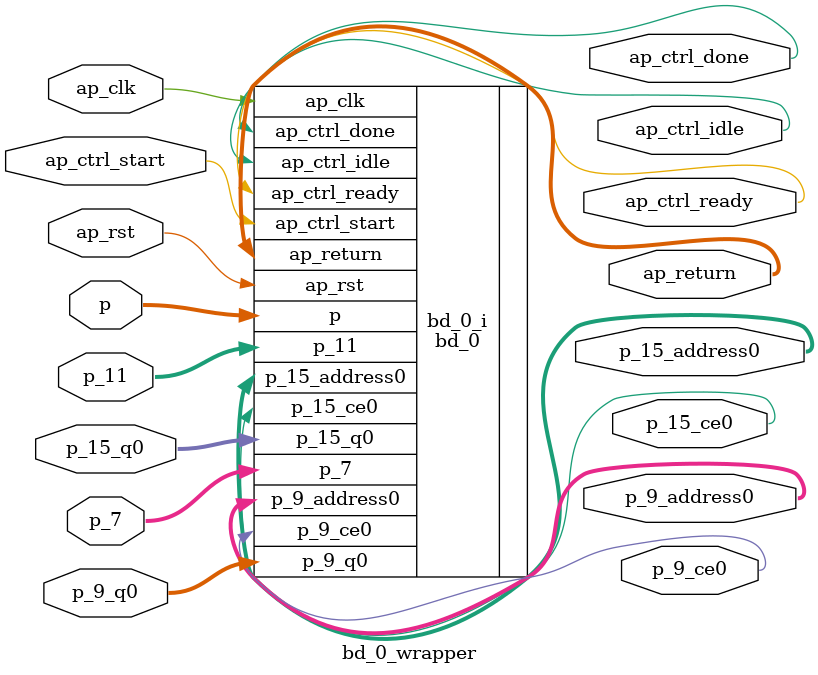
<source format=v>
`timescale 1 ps / 1 ps

module bd_0_wrapper
   (ap_clk,
    ap_ctrl_done,
    ap_ctrl_idle,
    ap_ctrl_ready,
    ap_ctrl_start,
    ap_return,
    ap_rst,
    p,
    p_11,
    p_15_address0,
    p_15_ce0,
    p_15_q0,
    p_7,
    p_9_address0,
    p_9_ce0,
    p_9_q0);
  input ap_clk;
  output ap_ctrl_done;
  output ap_ctrl_idle;
  output ap_ctrl_ready;
  input ap_ctrl_start;
  output [63:0]ap_return;
  input ap_rst;
  input [15:0]p;
  input [7:0]p_11;
  output [3:0]p_15_address0;
  output p_15_ce0;
  input [63:0]p_15_q0;
  input [63:0]p_7;
  output [2:0]p_9_address0;
  output p_9_ce0;
  input [7:0]p_9_q0;

  wire ap_clk;
  wire ap_ctrl_done;
  wire ap_ctrl_idle;
  wire ap_ctrl_ready;
  wire ap_ctrl_start;
  wire [63:0]ap_return;
  wire ap_rst;
  wire [15:0]p;
  wire [7:0]p_11;
  wire [3:0]p_15_address0;
  wire p_15_ce0;
  wire [63:0]p_15_q0;
  wire [63:0]p_7;
  wire [2:0]p_9_address0;
  wire p_9_ce0;
  wire [7:0]p_9_q0;

  bd_0 bd_0_i
       (.ap_clk(ap_clk),
        .ap_ctrl_done(ap_ctrl_done),
        .ap_ctrl_idle(ap_ctrl_idle),
        .ap_ctrl_ready(ap_ctrl_ready),
        .ap_ctrl_start(ap_ctrl_start),
        .ap_return(ap_return),
        .ap_rst(ap_rst),
        .p(p),
        .p_11(p_11),
        .p_15_address0(p_15_address0),
        .p_15_ce0(p_15_ce0),
        .p_15_q0(p_15_q0),
        .p_7(p_7),
        .p_9_address0(p_9_address0),
        .p_9_ce0(p_9_ce0),
        .p_9_q0(p_9_q0));
endmodule

</source>
